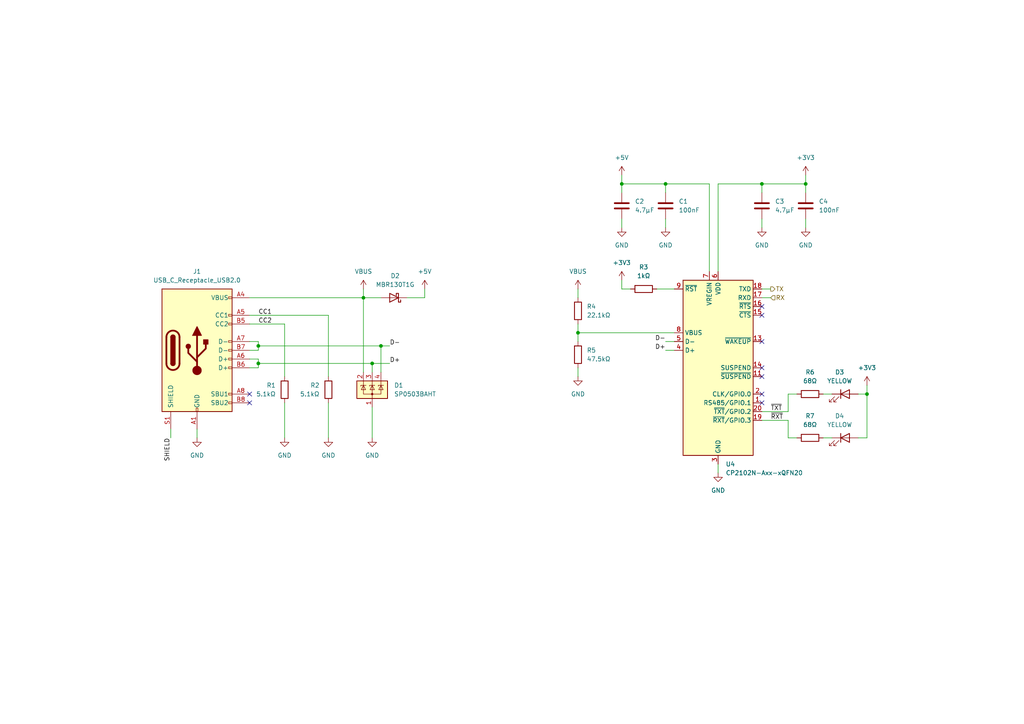
<source format=kicad_sch>
(kicad_sch (version 20230121) (generator eeschema)
  (paper "A4")
  (lib_symbols
    (symbol "Connector:USB_C_Receptacle_USB2.0" (pin_names (offset 1.016))
      (property "Reference" "J" (at -10.16 19.05 0))
      (property "Value" "USB_C_Receptacle_USB2.0" (at 19.05 19.05 0))
      (symbol "USB_C_Receptacle_USB2.0_0_0"
        (rectangle (start -0.254 -17.78) (end 0.254 -16.764))
        (rectangle (start 10.16 -14.986) (end 9.144 -15.494))
        (rectangle (start 10.16 -12.446) (end 9.144 -12.954))
        (rectangle (start 10.16 -4.826) (end 9.144 -5.334))
        (rectangle (start 10.16 -2.286) (end 9.144 -2.794))
        (rectangle (start 10.16 0.254) (end 9.144 -0.254))
        (rectangle (start 10.16 2.794) (end 9.144 2.286))
        (rectangle (start 10.16 7.874) (end 9.144 7.366))
        (rectangle (start 10.16 10.414) (end 9.144 9.906))
        (rectangle (start 10.16 15.494) (end 9.144 14.986))
      )
      (symbol "USB_C_Receptacle_USB2.0_0_1"
        (rectangle (start -10.16 17.78) (end 10.16 -17.78) (stroke (width 0.254)) (fill (type background)))
        (arc (start -8.89 -3.81) (mid -6.985 -5.7067) (end -5.08 -3.81) (stroke (width 0.508)))
        (arc (start -7.62 -3.81) (mid -6.985 -4.4423) (end -6.35 -3.81) (stroke (width 0.254)))
        (arc (start -7.62 -3.81) (mid -6.985 -4.4423) (end -6.35 -3.81) (stroke (width 0.254)) (fill (type outline)))
        (rectangle (start -7.62 -3.81) (end -6.35 3.81) (stroke (width 0.254)) (fill (type outline)))
        (arc (start -6.35 3.81) (mid -6.985 4.4423) (end -7.62 3.81) (stroke (width 0.254)))
        (arc (start -6.35 3.81) (mid -6.985 4.4423) (end -7.62 3.81) (stroke (width 0.254)) (fill (type outline)))
        (arc (start -5.08 3.81) (mid -6.985 5.7067) (end -8.89 3.81) (stroke (width 0.508)))
        (circle (center -2.54 1.143) (radius 0.635) (stroke (width 0.254)) (fill (type outline)))
        (circle (center 0 -5.842) (radius 1.27) (fill (type outline)))
        (polyline (pts (xy -8.89 -3.81) (xy -8.89 3.81)) (stroke (width 0.508)))
        (polyline (pts (xy -5.08 3.81) (xy -5.08 -3.81)) (stroke (width 0.508)))
        (polyline (pts (xy 0 -5.842) (xy 0 4.318)) (stroke (width 0.508)))
        (polyline (pts (xy 0 -3.302) (xy -2.54 -0.762) (xy -2.54 0.508)) (stroke (width 0.508)))
        (polyline (pts (xy 0 -2.032) (xy 2.54 0.508) (xy 2.54 1.778)) (stroke (width 0.508)))
        (polyline (pts (xy -1.27 4.318) (xy 0 6.858) (xy 1.27 4.318) (xy -1.27 4.318)) (stroke (width 0.254)) (fill (type outline)))
        (rectangle (start 1.905 1.778) (end 3.175 3.048) (stroke (width 0.254)) (fill (type outline)))
      )
      (symbol "USB_C_Receptacle_USB2.0_1_1"
        (pin passive line (at 0 -22.86 90) (length 5.08) (name "GND") (number "A1"))
        (pin passive line (at 0 -22.86 90) (length 5.08) hide (name "GND") (number "A12"))
        (pin passive line (at 15.24 15.24 180) (length 5.08) (name "VBUS") (number "A4"))
        (pin bidirectional line (at 15.24 10.16 180) (length 5.08) (name "CC1") (number "A5"))
        (pin bidirectional line (at 15.24 -2.54 180) (length 5.08) (name "D+") (number "A6"))
        (pin bidirectional line (at 15.24 2.54 180) (length 5.08) (name "D-") (number "A7"))
        (pin bidirectional line (at 15.24 -12.7 180) (length 5.08) (name "SBU1") (number "A8"))
        (pin passive line (at 15.24 15.24 180) (length 5.08) hide (name "VBUS") (number "A9"))
        (pin passive line (at 0 -22.86 90) (length 5.08) hide (name "GND") (number "B1"))
        (pin passive line (at 0 -22.86 90) (length 5.08) hide (name "GND") (number "B12"))
        (pin passive line (at 15.24 15.24 180) (length 5.08) hide (name "VBUS") (number "B4"))
        (pin bidirectional line (at 15.24 7.62 180) (length 5.08) (name "CC2") (number "B5"))
        (pin bidirectional line (at 15.24 -5.08 180) (length 5.08) (name "D+") (number "B6"))
        (pin bidirectional line (at 15.24 0 180) (length 5.08) (name "D-") (number "B7"))
        (pin bidirectional line (at 15.24 -15.24 180) (length 5.08) (name "SBU2") (number "B8"))
        (pin passive line (at 15.24 15.24 180) (length 5.08) hide (name "VBUS") (number "B9"))
        (pin passive line (at -7.62 -22.86 90) (length 5.08) (name "SHIELD") (number "S1"))
      )
    )
    (symbol "Device:C" (pin_numbers hide) (pin_names (offset 0.254))
      (property "Reference" "C" (at 0.635 2.54 0))
      (property "Value" "C" (at 0.635 -2.54 0))
      (symbol "C_0_1"
        (polyline (pts (xy -2.032 -0.762) (xy 2.032 -0.762)) (stroke (width 0.508)))
        (polyline (pts (xy -2.032 0.762) (xy 2.032 0.762)) (stroke (width 0.508)))
      )
      (symbol "C_1_1"
        (pin passive line (at 0 3.81 270) (length 2.794) (name "~") (number "1"))
        (pin passive line (at 0 -3.81 90) (length 2.794) (name "~") (number "2"))
      )
    )
    (symbol "Device:D_Schottky" (pin_numbers hide) (pin_names (offset 1.016) hide)
      (property "Reference" "D" (at 0 2.54 0))
      (property "Value" "D_Schottky" (at 0 -2.54 0))
      (symbol "D_Schottky_0_1"
        (polyline (pts (xy 1.27 0) (xy -1.27 0)))
        (polyline (pts (xy 1.27 1.27) (xy 1.27 -1.27) (xy -1.27 0) (xy 1.27 1.27)) (stroke (width 0.254)))
        (polyline (pts (xy -1.905 0.635) (xy -1.905 1.27) (xy -1.27 1.27) (xy -1.27 -1.27) (xy -0.635 -1.27) (xy -0.635 -0.635)) (stroke (width 0.254)))
      )
      (symbol "D_Schottky_1_1"
        (pin passive line (at -3.81 0 0) (length 2.54) (name "K") (number "1"))
        (pin passive line (at 3.81 0 180) (length 2.54) (name "A") (number "2"))
      )
    )
    (symbol "Device:LED" (pin_numbers hide) (pin_names (offset 1.016) hide)
      (property "Reference" "D" (at 0 2.54 0))
      (property "Value" "LED" (at 0 -2.54 0))
      (symbol "LED_0_1"
        (polyline (pts (xy -1.27 -1.27) (xy -1.27 1.27)) (stroke (width 0.254)))
        (polyline (pts (xy -1.27 0) (xy 1.27 0)))
        (polyline (pts (xy 1.27 -1.27) (xy 1.27 1.27) (xy -1.27 0) (xy 1.27 -1.27)) (stroke (width 0.254)))
        (polyline (pts (xy -3.048 -0.762) (xy -4.572 -2.286) (xy -3.81 -2.286) (xy -4.572 -2.286) (xy -4.572 -1.524)))
        (polyline (pts (xy -1.778 -0.762) (xy -3.302 -2.286) (xy -2.54 -2.286) (xy -3.302 -2.286) (xy -3.302 -1.524)))
      )
      (symbol "LED_1_1"
        (pin passive line (at -3.81 0 0) (length 2.54) (name "K") (number "1"))
        (pin passive line (at 3.81 0 180) (length 2.54) (name "A") (number "2"))
      )
    )
    (symbol "Device:R" (pin_numbers hide) (pin_names (offset 0))
      (property "Reference" "R" (at 2.032 0 90))
      (property "Value" "R" (at 0 0 90))
      (symbol "R_0_1"
        (rectangle (start -1.016 -2.54) (end 1.016 2.54) (stroke (width 0.254)))
      )
      (symbol "R_1_1"
        (pin passive line (at 0 3.81 270) (length 1.27) (name "~") (number "1"))
        (pin passive line (at 0 -3.81 90) (length 1.27) (name "~") (number "2"))
      )
    )
    (symbol "Interface_USB:CP2102N-Axx-xQFN20"
      (property "Reference" "U" (at -8.89 26.67 0))
      (property "Value" "CP2102N-Axx-xQFN20" (at 12.7 26.67 0))
      (symbol "CP2102N-Axx-xQFN20_0_1"
        (rectangle (start -10.16 25.4) (end 10.16 -25.4) (stroke (width 0.254)) (fill (type background)))
      )
      (symbol "CP2102N-Axx-xQFN20_1_1"
        (pin bidirectional line (at 12.7 -10.16 180) (length 2.54) (name "RS485/GPIO.1") (number "1"))
        (pin no_connect line (at -10.16 -22.86 0) (length 2.54) hide (name "NC") (number "10"))
        (pin output line (at 12.7 -2.54 180) (length 2.54) (name "~{SUSPEND}") (number "11"))
        (pin passive line (at 0 -27.94 90) (length 2.54) hide (name "GND") (number "12"))
        (pin input line (at 12.7 7.62 180) (length 2.54) (name "~{WAKEUP}") (number "13"))
        (pin output line (at 12.7 0 180) (length 2.54) (name "SUSPEND") (number "14"))
        (pin input line (at 12.7 15.24 180) (length 2.54) (name "~{CTS}") (number "15"))
        (pin output line (at 12.7 17.78 180) (length 2.54) (name "~{RTS}") (number "16"))
        (pin input line (at 12.7 20.32 180) (length 2.54) (name "RXD") (number "17"))
        (pin output line (at 12.7 22.86 180) (length 2.54) (name "TXD") (number "18"))
        (pin bidirectional line (at 12.7 -15.24 180) (length 2.54) (name "~{RXT}/GPIO.3") (number "19"))
        (pin bidirectional line (at 12.7 -7.62 180) (length 2.54) (name "CLK/GPIO.0") (number "2"))
        (pin bidirectional line (at 12.7 -12.7 180) (length 2.54) (name "~{TXT}/GPIO.2") (number "20"))
        (pin passive line (at 0 -27.94 90) (length 2.54) hide (name "GND") (number "21"))
        (pin power_in line (at 0 -27.94 90) (length 2.54) (name "GND") (number "3"))
        (pin bidirectional line (at -12.7 5.08 0) (length 2.54) (name "D+") (number "4"))
        (pin bidirectional line (at -12.7 7.62 0) (length 2.54) (name "D-") (number "5"))
        (pin power_in line (at 0 27.94 270) (length 2.54) (name "VDD") (number "6"))
        (pin power_in line (at -2.54 27.94 270) (length 2.54) (name "VREGIN") (number "7"))
        (pin input line (at -12.7 10.16 0) (length 2.54) (name "VBUS") (number "8"))
        (pin input line (at -12.7 22.86 0) (length 2.54) (name "~{RST}") (number "9"))
      )
    )
    (symbol "Power_Protection:SP0503BAHT" (pin_names hide)
      (property "Reference" "D" (at 5.715 2.54 0))
      (property "Value" "SP0503BAHT" (at 5.715 0.635 0))
      (symbol "SP0503BAHT_0_0"
        (pin passive line (at 0 -5.08 90) (length 2.54) (name "A") (number "1"))
      )
      (symbol "SP0503BAHT_0_1"
        (rectangle (start -4.445 2.54) (end 4.445 -2.54) (stroke (width 0.254)) (fill (type background)))
        (circle (center 0 -1.27) (radius 0.254) (fill (type outline)))
        (polyline (pts (xy -2.54 2.54) (xy -2.54 1.27)))
        (polyline (pts (xy 0 -1.27) (xy 0 -2.54)))
        (polyline (pts (xy 0 -1.27) (xy 0 1.27)))
        (polyline (pts (xy 0 2.54) (xy 0 1.27)))
        (polyline (pts (xy 0.635 1.27) (xy 0.762 1.27)))
        (polyline (pts (xy 2.54 2.54) (xy 2.54 1.27)))
        (polyline (pts (xy 0.635 1.27) (xy -0.762 1.27) (xy -0.762 1.016)))
        (polyline (pts (xy -3.302 1.016) (xy -3.302 1.27) (xy -1.905 1.27) (xy -1.778 1.27)))
        (polyline (pts (xy -2.54 1.27) (xy -2.54 -1.27) (xy 2.54 -1.27) (xy 2.54 1.27)))
        (polyline (pts (xy -2.54 1.27) (xy -1.905 0) (xy -3.175 0) (xy -2.54 1.27)))
        (polyline (pts (xy 0.635 0) (xy -0.635 0) (xy 0 1.27) (xy 0.635 0)))
        (polyline (pts (xy 1.778 1.016) (xy 1.778 1.27) (xy 3.175 1.27) (xy 3.302 1.27)))
        (polyline (pts (xy 2.54 1.27) (xy 1.905 0) (xy 3.175 0) (xy 2.54 1.27)))
      )
      (symbol "SP0503BAHT_1_1"
        (pin passive line (at -2.54 5.08 270) (length 2.54) (name "K") (number "2"))
        (pin passive line (at 0 5.08 270) (length 2.54) (name "K") (number "3"))
        (pin passive line (at 2.54 5.08 270) (length 2.54) (name "K") (number "4"))
      )
    )
    (symbol "power:+3V3" (power) (pin_names (offset 0))
      (property "Value" "+3V3" (at 0 3.556 0))
      (symbol "+3V3_0_1"
        (polyline (pts (xy -0.762 1.27) (xy 0 2.54)))
        (polyline (pts (xy 0 0) (xy 0 2.54)))
        (polyline (pts (xy 0 2.54) (xy 0.762 1.27)))
      )
      (symbol "+3V3_1_1"
        (pin power_in line (at 0 0 90) (length 0) hide (name "+3V3") (number "1"))
      )
    )
    (symbol "power:+5V" (power) (pin_names (offset 0))
      (property "Value" "+5V" (at 0 3.556 0))
      (symbol "+5V_0_1"
        (polyline (pts (xy -0.762 1.27) (xy 0 2.54)))
        (polyline (pts (xy 0 0) (xy 0 2.54)))
        (polyline (pts (xy 0 2.54) (xy 0.762 1.27)))
      )
      (symbol "+5V_1_1"
        (pin power_in line (at 0 0 90) (length 0) hide (name "+5V") (number "1"))
      )
    )
    (symbol "power:GND" (power) (pin_names (offset 0))
      (property "Value" "GND" (at 0 -3.81 0))
      (symbol "GND_0_1"
        (polyline (pts (xy 0 0) (xy 0 -1.27) (xy 1.27 -1.27) (xy 0 -2.54) (xy -1.27 -1.27) (xy 0 -1.27)))
      )
      (symbol "GND_1_1"
        (pin power_in line (at 0 0 270) (length 0) hide (name "GND") (number "1"))
      )
    )
    (symbol "power:VBUS" (power) (pin_names (offset 0))
      (property "Value" "VBUS" (at 0 3.81 0))
      (symbol "VBUS_0_1"
        (polyline (pts (xy -0.762 1.27) (xy 0 2.54)))
        (polyline (pts (xy 0 0) (xy 0 2.54)))
        (polyline (pts (xy 0 2.54) (xy 0.762 1.27)))
      )
      (symbol "VBUS_1_1"
        (pin power_in line (at 0 0 90) (length 0) hide (name "VBUS") (number "1"))
      )
    )
  )
  (junction (at 107.95 105.41))
  (junction (at 220.98 53.34))
  (junction (at 110.49 100.33))
  (junction (at 251.46 114.3))
  (junction (at 105.41 86.36))
  (junction (at 74.93 100.33))
  (junction (at 167.64 96.52))
  (junction (at 180.34 53.34))
  (junction (at 74.93 105.41))
  (junction (at 233.68 53.34))
  (junction (at 193.04 53.34))
  (no_connect (at 220.98 88.9))
  (no_connect (at 220.98 109.22))
  (no_connect (at 220.98 114.3))
  (no_connect (at 220.98 106.68))
  (no_connect (at 72.39 116.84))
  (no_connect (at 220.98 99.06))
  (no_connect (at 220.98 91.44))
  (no_connect (at 72.39 114.3))
  (no_connect (at 220.98 116.84))
  (wire (pts (xy 220.98 83.82) (xy 223.52 83.82)))
  (wire (pts (xy 228.6 127) (xy 231.14 127)))
  (wire (pts (xy 233.68 63.5) (xy 233.68 66.04)))
  (wire (pts (xy 228.6 121.92) (xy 228.6 127)))
  (wire (pts (xy 193.04 53.34) (xy 193.04 55.88)))
  (wire (pts (xy 95.25 116.84) (xy 95.25 127)))
  (wire (pts (xy 208.28 53.34) (xy 208.28 78.74)))
  (wire (pts (xy 220.98 63.5) (xy 220.98 66.04)))
  (wire (pts (xy 105.41 83.82) (xy 105.41 86.36)))
  (wire (pts (xy 193.04 101.6) (xy 195.58 101.6)))
  (wire (pts (xy 123.19 86.36) (xy 118.11 86.36)))
  (wire (pts (xy 238.76 114.3) (xy 241.3 114.3)))
  (wire (pts (xy 220.98 121.92) (xy 228.6 121.92)))
  (wire (pts (xy 74.93 99.06) (xy 74.93 100.33)))
  (wire (pts (xy 220.98 53.34) (xy 208.28 53.34)))
  (wire (pts (xy 72.39 104.14) (xy 74.93 104.14)))
  (wire (pts (xy 251.46 114.3) (xy 248.92 114.3)))
  (wire (pts (xy 95.25 91.44) (xy 95.25 109.22)))
  (wire (pts (xy 167.64 93.98) (xy 167.64 96.52)))
  (wire (pts (xy 228.6 114.3) (xy 228.6 119.38)))
  (wire (pts (xy 167.64 96.52) (xy 167.64 99.06)))
  (wire (pts (xy 72.39 91.44) (xy 95.25 91.44)))
  (wire (pts (xy 180.34 53.34) (xy 193.04 53.34)))
  (wire (pts (xy 180.34 83.82) (xy 182.88 83.82)))
  (wire (pts (xy 193.04 99.06) (xy 195.58 99.06)))
  (wire (pts (xy 251.46 127) (xy 251.46 114.3)))
  (wire (pts (xy 82.55 116.84) (xy 82.55 127)))
  (wire (pts (xy 220.98 55.88) (xy 220.98 53.34)))
  (wire (pts (xy 220.98 119.38) (xy 228.6 119.38)))
  (wire (pts (xy 82.55 109.22) (xy 82.55 93.98)))
  (wire (pts (xy 238.76 127) (xy 241.3 127)))
  (wire (pts (xy 110.49 100.33) (xy 110.49 107.95)))
  (wire (pts (xy 208.28 134.62) (xy 208.28 137.16)))
  (wire (pts (xy 167.64 83.82) (xy 167.64 86.36)))
  (wire (pts (xy 107.95 105.41) (xy 107.95 107.95)))
  (wire (pts (xy 167.64 96.52) (xy 195.58 96.52)))
  (wire (pts (xy 105.41 86.36) (xy 110.49 86.36)))
  (wire (pts (xy 105.41 86.36) (xy 72.39 86.36)))
  (wire (pts (xy 74.93 100.33) (xy 74.93 101.6)))
  (wire (pts (xy 190.5 83.82) (xy 195.58 83.82)))
  (wire (pts (xy 107.95 105.41) (xy 113.03 105.41)))
  (wire (pts (xy 180.34 63.5) (xy 180.34 66.04)))
  (wire (pts (xy 57.15 124.46) (xy 57.15 127)))
  (wire (pts (xy 220.98 53.34) (xy 233.68 53.34)))
  (wire (pts (xy 107.95 118.11) (xy 107.95 127)))
  (wire (pts (xy 74.93 104.14) (xy 74.93 105.41)))
  (wire (pts (xy 105.41 107.95) (xy 105.41 86.36)))
  (wire (pts (xy 74.93 101.6) (xy 72.39 101.6)))
  (wire (pts (xy 167.64 106.68) (xy 167.64 109.22)))
  (wire (pts (xy 233.68 50.8) (xy 233.68 53.34)))
  (wire (pts (xy 180.34 55.88) (xy 180.34 53.34)))
  (wire (pts (xy 180.34 81.28) (xy 180.34 83.82)))
  (wire (pts (xy 74.93 100.33) (xy 110.49 100.33)))
  (wire (pts (xy 180.34 50.8) (xy 180.34 53.34)))
  (wire (pts (xy 248.92 127) (xy 251.46 127)))
  (wire (pts (xy 72.39 93.98) (xy 82.55 93.98)))
  (wire (pts (xy 220.98 86.36) (xy 223.52 86.36)))
  (wire (pts (xy 74.93 106.68) (xy 72.39 106.68)))
  (wire (pts (xy 193.04 63.5) (xy 193.04 66.04)))
  (wire (pts (xy 231.14 114.3) (xy 228.6 114.3)))
  (wire (pts (xy 74.93 105.41) (xy 74.93 106.68)))
  (wire (pts (xy 251.46 111.76) (xy 251.46 114.3)))
  (wire (pts (xy 74.93 105.41) (xy 107.95 105.41)))
  (wire (pts (xy 110.49 100.33) (xy 113.03 100.33)))
  (wire (pts (xy 123.19 83.82) (xy 123.19 86.36)))
  (wire (pts (xy 193.04 53.34) (xy 205.74 53.34)))
  (wire (pts (xy 233.68 53.34) (xy 233.68 55.88)))
  (wire (pts (xy 72.39 99.06) (xy 74.93 99.06)))
  (wire (pts (xy 49.53 124.46) (xy 49.53 127)))
  (wire (pts (xy 205.74 53.34) (xy 205.74 78.74)))
  (label "D+" (at 113.03 105.41 0))
  (label "D+" (at 193.04 101.6 180))
  (label "D-" (at 113.03 100.33 0))
  (label "~{RXT}" (at 223.52 121.92 0))
  (label "SHIELD" (at 49.53 127 270))
  (label "~{TXT}" (at 223.52 119.38 0))
  (label "D-" (at 193.04 99.06 180))
  (label "CC1" (at 74.93 91.44 0))
  (label "CC2" (at 74.93 93.98 0))
  (hierarchical_label "RX" (shape input) (at 223.52 86.36 0))
  (hierarchical_label "TX" (shape output) (at 223.52 83.82 0))
  (symbol (lib_id "power:+5V") (at 123.19 83.82 0) (unit 1)
    (property "Reference" "#PWR05" (effects hide))
    (property "Value" "+5V" (at 123.19 78.74 0))
  )
  (symbol (lib_id "Device:R") (at 186.69 83.82 90) (unit 1)
    (property "Reference" "R3" (at 186.69 77.47 90))
    (property "Value" "1kΩ" (at 186.69 80.01 90))
  )
  (symbol (lib_id "power:GND") (at 107.95 127 0) (unit 1)
    (property "Reference" "#PWR06" (effects hide))
    (property "Value" "GND" (at 107.95 132.08 0))
  )
  (symbol (lib_id "Device:D_Schottky") (at 114.3 86.36 180) (unit 1)
    (property "Reference" "D2" (at 114.6175 80.01 0))
    (property "Value" "MBR130T1G" (at 114.6175 82.55 0))
  )
  (symbol (lib_id "Device:R") (at 167.64 102.87 0) (unit 1)
    (property "Reference" "R5" (at 170.18 101.6 0) (effects (justify left)))
    (property "Value" "47.5kΩ" (at 170.18 104.14 0) (effects (justify left)))
  )
  (symbol (lib_id "Device:R") (at 82.55 113.03 0) (mirror y) (unit 1)
    (property "Reference" "R1" (at 80.01 111.76 0) (effects (justify left)))
    (property "Value" "5.1kΩ" (at 80.01 114.3 0) (effects (justify left)))
  )
  (symbol (lib_id "power:+3V3") (at 251.46 111.76 0) (unit 1)
    (property "Reference" "#PWR017" (effects hide))
    (property "Value" "+3V3" (at 251.46 106.68 0))
  )
  (symbol (lib_id "power:+3V3") (at 180.34 81.28 0) (unit 1)
    (property "Reference" "#PWR013" (effects hide))
    (property "Value" "+3V3" (at 180.34 76.2 0))
  )
  (symbol (lib_id "Device:R") (at 234.95 127 90) (unit 1)
    (property "Reference" "R7" (at 234.95 120.65 90))
    (property "Value" "68Ω" (at 234.95 123.19 90))
  )
  (symbol (lib_id "power:GND") (at 220.98 66.04 0) (unit 1)
    (property "Reference" "#PWR010" (effects hide))
    (property "Value" "GND" (at 220.98 71.12 0))
  )
  (symbol (lib_id "power:GND") (at 180.34 66.04 0) (unit 1)
    (property "Reference" "#PWR08" (effects hide))
    (property "Value" "GND" (at 180.34 71.12 0))
  )
  (symbol (lib_id "power:GND") (at 208.28 137.16 0) (unit 1)
    (property "Reference" "#PWR016" (effects hide))
    (property "Value" "GND" (at 208.28 142.24 0))
  )
  (symbol (lib_id "Interface_USB:CP2102N-Axx-xQFN20") (at 208.28 106.68 0) (unit 1)
    (property "Reference" "U4" (at 210.4741 134.62 0) (effects (justify left)))
    (property "Value" "CP2102N-Axx-xQFN20" (at 210.4741 137.16 0) (effects (justify left)))
    (property "Footprint" "Package_DFN_QFN:SiliconLabs_QFN-20-1EP_3x3mm_P0.5mm" (effects hide))
    (property "Datasheet" "./datasheets/cp2102n_datasheet-1634912.pdf" (effects hide))
    (property "Mouser No" "634-CP2102NA02QFN20R" (effects hide))
    (property "Mfr. No" "CP2102N-A02-GQFN20R" (effects hide))
    (property "Mfr." "Silicon Labs" (effects hide))
  )
  (symbol (lib_id "power:GND") (at 233.68 66.04 0) (unit 1)
    (property "Reference" "#PWR011" (effects hide))
    (property "Value" "GND" (at 233.68 71.12 0))
  )
  (symbol (lib_id "power:VBUS") (at 105.41 83.82 0) (unit 1)
    (property "Reference" "#PWR02" (effects hide))
    (property "Value" "VBUS" (at 105.41 78.74 0))
  )
  (symbol (lib_id "Power_Protection:SP0503BAHT") (at 107.95 113.03 0) (unit 1)
    (property "Reference" "D1" (at 114.3 111.76 0) (effects (justify left)))
    (property "Value" "SP0503BAHT" (at 114.3 114.3 0) (effects (justify left)))
    (property "Footprint" "Package_TO_SOT_SMD:SOT-143" (effects hide))
    (property "Datasheet" "http://www.littelfuse.com/~/media/files/littelfuse/technical%20resources/documents/data%20sheets/sp05xxba.pdf" (effects hide))
  )
  (symbol (lib_id "power:GND") (at 57.15 127 0) (unit 1)
    (property "Reference" "#PWR01" (effects hide))
    (property "Value" "GND" (at 57.15 132.08 0))
  )
  (symbol (lib_id "Device:C") (at 233.68 59.69 0) (unit 1)
    (property "Reference" "C4" (at 237.49 58.42 0) (effects (justify left)))
    (property "Value" "100nF" (at 237.49 60.96 0) (effects (justify left)))
  )
  (symbol (lib_id "power:GND") (at 95.25 127 0) (unit 1)
    (property "Reference" "#PWR04" (effects hide))
    (property "Value" "GND" (at 95.25 132.08 0))
  )
  (symbol (lib_id "Device:R") (at 234.95 114.3 90) (unit 1)
    (property "Reference" "R6" (at 234.95 107.95 90))
    (property "Value" "68Ω" (at 234.95 110.49 90))
  )
  (symbol (lib_id "power:GND") (at 82.55 127 0) (unit 1)
    (property "Reference" "#PWR03" (effects hide))
    (property "Value" "GND" (at 82.55 132.08 0))
  )
  (symbol (lib_id "Device:C") (at 220.98 59.69 0) (unit 1)
    (property "Reference" "C3" (at 224.79 58.42 0) (effects (justify left)))
    (property "Value" "4.7µF" (at 224.79 60.96 0) (effects (justify left)))
  )
  (symbol (lib_id "power:VBUS") (at 167.64 83.82 0) (unit 1)
    (property "Reference" "#PWR015" (effects hide))
    (property "Value" "VBUS" (at 167.64 78.74 0))
  )
  (symbol (lib_id "Device:C") (at 180.34 59.69 0) (unit 1)
    (property "Reference" "C2" (at 184.15 58.42 0) (effects (justify left)))
    (property "Value" "4.7µF" (at 184.15 60.96 0) (effects (justify left)))
  )
  (symbol (lib_id "power:GND") (at 193.04 66.04 0) (unit 1)
    (property "Reference" "#PWR09" (effects hide))
    (property "Value" "GND" (at 193.04 71.12 0))
  )
  (symbol (lib_id "Device:LED") (at 245.11 127 0) (unit 1)
    (property "Reference" "D4" (at 243.5225 120.65 0))
    (property "Value" "YELLOW" (at 243.5225 123.19 0))
  )
  (symbol (lib_id "power:+5V") (at 180.34 50.8 0) (unit 1)
    (property "Reference" "#PWR07" (effects hide))
    (property "Value" "+5V" (at 180.34 45.72 0))
  )
  (symbol (lib_id "power:+3V3") (at 233.68 50.8 0) (unit 1)
    (property "Reference" "#PWR012" (effects hide))
    (property "Value" "+3V3" (at 233.68 45.72 0))
  )
  (symbol (lib_id "Device:R") (at 95.25 113.03 0) (mirror y) (unit 1)
    (property "Reference" "R2" (at 92.71 111.76 0) (effects (justify left)))
    (property "Value" "5.1kΩ" (at 92.71 114.3 0) (effects (justify left)))
  )
  (symbol (lib_id "Connector:USB_C_Receptacle_USB2.0") (at 57.15 101.6 0) (unit 1)
    (property "Reference" "J1" (at 57.15 78.74 0))
    (property "Value" "USB_C_Receptacle_USB2.0" (at 57.15 81.28 0))
    (property "Footprint" "Connector_USB:USB_C_Receptacle_GCT_USB4105-xx-A_16P_TopMnt_Horizontal" (effects hide))
    (property "Datasheet" "./datasheets/Global_Connector_Technology_usb4105-3106202.pdf" (effects hide))
    (property "Mouser No" "640-USB4105-GF-A-120" (effects hide))
    (property "Mfr. No" "USB4105-GF-A-120" (effects hide))
    (property "Mfr." "GCT" (effects hide))
  )
  (symbol (lib_id "Device:C") (at 193.04 59.69 0) (unit 1)
    (property "Reference" "C1" (at 196.85 58.42 0) (effects (justify left)))
    (property "Value" "100nF" (at 196.85 60.96 0) (effects (justify left)))
  )
  (symbol (lib_id "power:GND") (at 167.64 109.22 0) (unit 1)
    (property "Reference" "#PWR014" (effects hide))
    (property "Value" "GND" (at 167.64 114.3 0))
  )
  (symbol (lib_id "Device:LED") (at 245.11 114.3 0) (unit 1)
    (property "Reference" "D3" (at 243.5225 107.95 0))
    (property "Value" "YELLOW" (at 243.5225 110.49 0))
  )
  (symbol (lib_id "Device:R") (at 167.64 90.17 0) (unit 1)
    (property "Reference" "R4" (at 170.18 88.9 0) (effects (justify left)))
    (property "Value" "22.1kΩ" (at 170.18 91.44 0) (effects (justify left)))
  )
)
</source>
